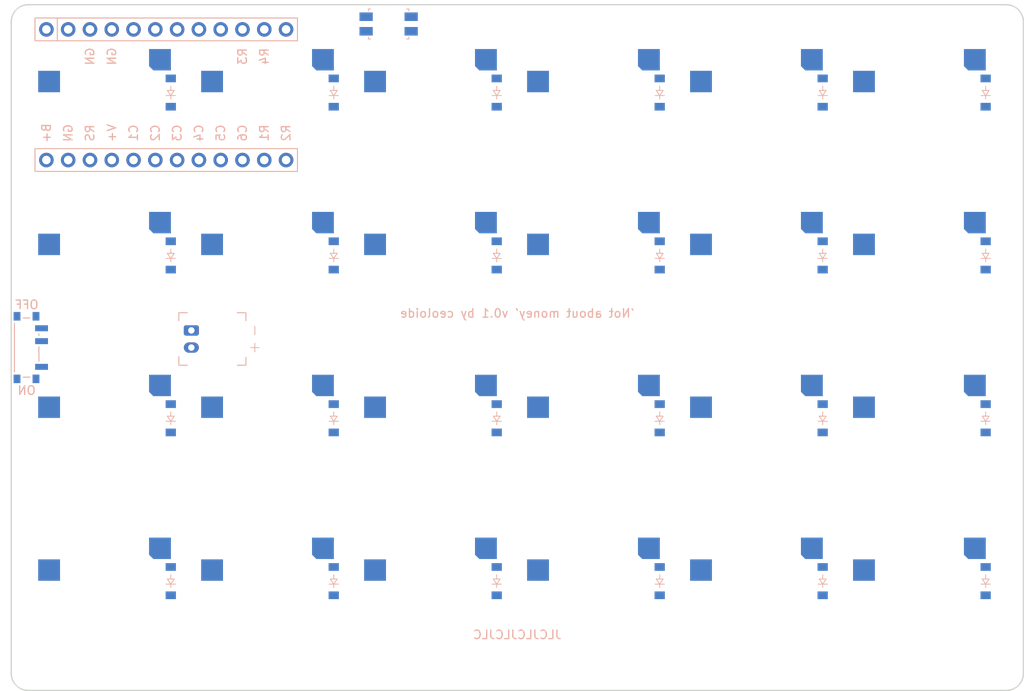
<source format=kicad_pcb>
(kicad_pcb (version 20240108) (generator "pcbnew") (generator_version "8.0")
  (title_block (title "not_about_money") (date "2024-11-11") (rev "v1.0.0") (company "Unknown"))
  (layers (0 "F.Cu" signal) (31 "B.Cu" signal) (34 "B.Paste" user) (35 "F.Paste" user) (36 "B.SilkS" user "B.Silkscreen") (37 "F.SilkS" user "F.Silkscreen") (38 "B.Mask" user) (39 "F.Mask" user) (44 "Edge.Cuts" user))
  (net 0 "")
  (net 1 "C1")
  (net 2 "c1_r4")
  (net 3 "c1_r3")
  (net 4 "c1_r2")
  (net 5 "c1_r1")
  (net 6 "C2")
  (net 7 "c2_r4")
  (net 8 "c2_r3")
  (net 9 "c2_r2")
  (net 10 "c2_r1")
  (net 11 "C3")
  (net 12 "c3_r4")
  (net 13 "c3_r3")
  (net 14 "c3_r2")
  (net 15 "c3_r1")
  (net 16 "C4")
  (net 17 "c4_r4")
  (net 18 "c4_r3")
  (net 19 "c4_r2")
  (net 20 "c4_r1")
  (net 21 "C5")
  (net 22 "c5_r4")
  (net 23 "c5_r3")
  (net 24 "c5_r2")
  (net 25 "c5_r1")
  (net 26 "C6")
  (net 27 "c6_r4")
  (net 28 "c6_r3")
  (net 29 "c6_r2")
  (net 30 "c6_r1")
  (net 31 "R4")
  (net 32 "R3")
  (net 33 "R2")
  (net 34 "R1")
  (net 35 "RAW")
  (net 36 "GND")
  (net 37 "RST")
  (net 38 "VCC")
  (net 39 "P1")
  (net 40 "P0")
  (net 41 "P2")
  (net 42 "P3")
  (net 43 "P4")
  (net 44 "P5")
  (net 45 "P6")
  (net 46 "P9")
  (net 47 "BAT_P")
  (footprint "ceoloide:mounting_hole_npth" (layer "F.Cu") (at 147.5 71.5)
    (property "Reference" "MH5" (hide yes))
    (property "Value" "")
    (pad "" np_thru_hole circle (at 0 0) (size 2.2 2.2) (drill 2.2) (layers "*.Cu" "*.Mask"))
  )
  (footprint "ceoloide:mounting_hole_npth" (layer "F.Cu") (at 185.5 90.5)
    (property "Reference" "MH3" (hide yes))
    (property "Value" "")
    (pad "" np_thru_hole circle (at 0 0) (size 2.2 2.2) (drill 2.2) (layers "*.Cu" "*.Mask"))
  )
  (footprint "ceoloide:mounting_hole_npth" (layer "F.Cu") (at 185.5 52.5)
    (property "Reference" "MH2" (hide yes))
    (property "Value" "")
    (pad "" np_thru_hole circle (at 0 0) (size 2.2 2.2) (drill 2.2) (layers "*.Cu" "*.Mask"))
  )
  (footprint "ceoloide:mounting_hole_npth" (layer "F.Cu") (at 128.5 52.5)
    (property "Reference" "MH1" (hide yes))
    (property "Value" "")
    (pad "" np_thru_hole circle (at 0 0) (size 2.2 2.2) (drill 2.2) (layers "*.Cu" "*.Mask"))
  )
  (footprint "ceoloide:mounting_hole_npth" (layer "F.Cu") (at 109.5 90.5)
    (property "Reference" "MH4" (hide yes))
    (property "Value" "")
    (pad "" np_thru_hole circle (at 0 0) (size 2.2 2.2) (drill 2.2) (layers "*.Cu" "*.Mask"))
  )
  (footprint "ceoloide:switch_mx" (layer "B.Cu") (at 100 43)
    (property "Reference" "S4" (hide yes))
    (property "Value" "")
    (pad "" np_thru_hole circle (at -5.08 0 180) (size 1.9 1.9) (drill 1.9) (layers "*.Cu" "*.Mask"))
    (pad "" np_thru_hole circle (at -3.81 -2.54 180) (size 3 3) (drill 3) (layers "F&B.Cu" "*.Mask"))
    (pad "" np_thru_hole circle (at 0 0 90) (size 4.1 4.1) (drill 4.1) (layers "*.Cu" "*.Mask"))
    (pad "" np_thru_hole circle (at 2.54 -5.08 180) (size 3 3) (drill 3) (layers "F&B.Cu" "*.Mask"))
    (pad "" np_thru_hole circle (at 5.08 0 180) (size 1.9 1.9) (drill 1.9) (layers "*.Cu" "*.Mask"))
    (pad "1" smd rect (at -7.085 -2.54) (size 2.55 2.5) (layers "B.Cu" "B.Paste" "B.Mask") (net 1 "C1"))
    (pad "2" smd roundrect (at 5.842 -5.08) (size 2.55 2.5) (layers "B.Cu" "B.Paste" "B.Mask") (roundrect_rratio 0) (chamfer_ratio 0.2) (chamfer bottom_left) (net 5 "c1_r1"))
  )
  (footprint "ceoloide:diode_tht_sod123" (layer "B.Cu") (at 164.1 98.75 90)
    (property "Reference" "D13" (hide yes))
    (property "Value" "")
    (pad "1" smd rect (at -1.65 0 90) (size 0.9 1.2) (layers "B.Cu" "B.Paste" "B.Mask") (net 31 "R4"))
    (pad "2" smd rect (at 1.65 0 90) (size 0.9 1.2) (layers "B.Cu" "B.Paste" "B.Mask") (net 17 "c4_r4"))
  )
  (footprint "ceoloide:switch_mx" (layer "B.Cu") (at 157 81)
    (property "Reference" "S14" (hide yes))
    (property "Value" "")
    (pad "" np_thru_hole circle (at -5.08 0 180) (size 1.9 1.9) (drill 1.9) (layers "*.Cu" "*.Mask"))
    (pad "" np_thru_hole circle (at -3.81 -2.54 180) (size 3 3) (drill 3) (layers "F&B.Cu" "*.Mask"))
    (pad "" np_thru_hole circle (at 0 0 90) (size 4.1 4.1) (drill 4.1) (layers "*.Cu" "*.Mask"))
    (pad "" np_thru_hole circle (at 2.54 -5.08 180) (size 3 3) (drill 3) (layers "F&B.Cu" "*.Mask"))
    (pad "" np_thru_hole circle (at 5.08 0 180) (size 1.9 1.9) (drill 1.9) (layers "*.Cu" "*.Mask"))
    (pad "1" smd rect (at -7.085 -2.54) (size 2.55 2.5) (layers "B.Cu" "B.Paste" "B.Mask") (net 16 "C4"))
    (pad "2" smd roundrect (at 5.842 -5.08) (size 2.55 2.5) (layers "B.Cu" "B.Paste" "B.Mask") (roundrect_rratio 0) (chamfer_ratio 0.2) (chamfer bottom_left) (net 18 "c4_r3"))
  )
  (footprint "ceoloide:switch_mx" (layer "B.Cu") (at 195 81)
    (property "Reference" "S22" (hide yes))
    (property "Value" "")
    (pad "" np_thru_hole circle (at -5.08 0 180) (size 1.9 1.9) (drill 1.9) (layers "*.Cu" "*.Mask"))
    (pad "" np_thru_hole circle (at -3.81 -2.54 180) (size 3 3) (drill 3) (layers "F&B.Cu" "*.Mask"))
    (pad "" np_thru_hole circle (at 0 0 90) (size 4.1 4.1) (drill 4.1) (layers "*.Cu" "*.Mask"))
    (pad "" np_thru_hole circle (at 2.54 -5.08 180) (size 3 3) (drill 3) (layers "F&B.Cu" "*.Mask"))
    (pad "" np_thru_hole circle (at 5.08 0 180) (size 1.9 1.9) (drill 1.9) (layers "*.Cu" "*.Mask"))
    (pad "1" smd rect (at -7.085 -2.54) (size 2.55 2.5) (layers "B.Cu" "B.Paste" "B.Mask") (net 26 "C6"))
    (pad "2" smd roundrect (at 5.842 -5.08) (size 2.55 2.5) (layers "B.Cu" "B.Paste" "B.Mask") (roundrect_rratio 0) (chamfer_ratio 0.2) (chamfer bottom_left) (net 28 "c6_r3"))
  )
  (footprint "ceoloide:switch_mx" (layer "B.Cu") (at 176 81)
    (property "Reference" "S18" (hide yes))
    (property "Value" "")
    (pad "" np_thru_hole circle (at -5.08 0 180) (size 1.9 1.9) (drill 1.9) (layers "*.Cu" "*.Mask"))
    (pad "" np_thru_hole circle (at -3.81 -2.54 180) (size 3 3) (drill 3) (layers "F&B.Cu" "*.Mask"))
    (pad "" np_thru_hole circle (at 0 0 90) (size 4.1 4.1) (drill 4.1) (layers "*.Cu" "*.Mask"))
    (pad "" np_thru_hole circle (at 2.54 -5.08 180) (size 3 3) (drill 3) (layers "F&B.Cu" "*.Mask"))
    (pad "" np_thru_hole circle (at 5.08 0 180) (size 1.9 1.9) (drill 1.9) (layers "*.Cu" "*.Mask"))
    (pad "1" smd rect (at -7.085 -2.54) (size 2.55 2.5) (layers "B.Cu" "B.Paste" "B.Mask") (net 21 "C5"))
    (pad "2" smd roundrect (at 5.842 -5.08) (size 2.55 2.5) (layers "B.Cu" "B.Paste" "B.Mask") (roundrect_rratio 0) (chamfer_ratio 0.2) (chamfer bottom_left) (net 23 "c5_r3"))
  )
  (footprint "ceoloide:diode_tht_sod123" (layer "B.Cu") (at 183.1 41.75 90)
    (property "Reference" "D20" (hide yes))
    (property "Value" "")
    (pad "1" smd rect (at -1.65 0 90) (size 0.9 1.2) (layers "B.Cu" "B.Paste" "B.Mask") (net 34 "R1"))
    (pad "2" smd rect (at 1.65 0 90) (size 0.9 1.2) (layers "B.Cu" "B.Paste" "B.Mask") (net 25 "c5_r1"))
  )
  (footprint "ceoloide:diode_tht_sod123" (layer "B.Cu") (at 126.1 41.75 90)
    (property "Reference" "D8" (hide yes))
    (property "Value" "")
    (pad "1" smd rect (at -1.65 0 90) (size 0.9 1.2) (layers "B.Cu" "B.Paste" "B.Mask") (net 34 "R1"))
    (pad "2" smd rect (at 1.65 0 90) (size 0.9 1.2) (layers "B.Cu" "B.Paste" "B.Mask") (net 10 "c2_r1"))
  )
  (footprint "ceoloide:diode_tht_sod123" (layer "B.Cu") (at 145.1 79.75 90)
    (property "Reference" "D10" (hide yes))
    (property "Value" "")
    (pad "1" smd rect (at -1.65 0 90) (size 0.9 1.2) (layers "B.Cu" "B.Paste" "B.Mask") (net 32 "R3"))
    (pad "2" smd rect (at 1.65 0 90) (size 0.9 1.2) (layers "B.Cu" "B.Paste" "B.Mask") (net 13 "c3_r3"))
  )
  (footprint "ceoloide:diode_tht_sod123" (layer "B.Cu") (at 164.1 79.75 90)
    (property "Reference" "D14" (hide yes))
    (property "Value" "")
    (pad "1" smd rect (at -1.65 0 90) (size 0.9 1.2) (layers "B.Cu" "B.Paste" "B.Mask") (net 32 "R3"))
    (pad "2" smd rect (at 1.65 0 90) (size 0.9 1.2) (layers "B.Cu" "B.Paste" "B.Mask") (net 18 "c4_r3"))
  )
  (footprint "ceoloide:switch_mx" (layer "B.Cu") (at 138 81)
    (property "Reference" "S10" (hide yes))
    (property "Value" "")
    (pad "" np_thru_hole circle (at -5.08 0 180) (size 1.9 1.9) (drill 1.9) (layers "*.Cu" "*.Mask"))
    (pad "" np_thru_hole circle (at -3.81 -2.54 180) (size 3 3) (drill 3) (layers "F&B.Cu" "*.Mask"))
    (pad "" np_thru_hole circle (at 0 0 90) (size 4.1 4.1) (drill 4.1) (layers "*.Cu" "*.Mask"))
    (pad "" np_thru_hole circle (at 2.54 -5.08 180) (size 3 3) (drill 3) (layers "F&B.Cu" "*.Mask"))
    (pad "" np_thru_hole circle (at 5.08 0 180) (size 1.9 1.9) (drill 1.9) (layers "*.Cu" "*.Mask"))
    (pad "1" smd rect (at -7.085 -2.54) (size 2.55 2.5) (layers "B.Cu" "B.Paste" "B.Mask") (net 11 "C3"))
    (pad "2" smd roundrect (at 5.842 -5.08) (size 2.55 2.5) (layers "B.Cu" "B.Paste" "B.Mask") (roundrect_rratio 0) (chamfer_ratio 0.2) (chamfer bottom_left) (net 13 "c3_r3"))
  )
  (footprint "ceoloide:switch_mx" (layer "B.Cu") (at 157 43)
    (property "Reference" "S16" (hide yes))
    (property "Value" "")
    (pad "" np_thru_hole circle (at -5.08 0 180) (size 1.9 1.9) (drill 1.9) (layers "*.Cu" "*.Mask"))
    (pad "" np_thru_hole circle (at -3.81 -2.54 180) (size 3 3) (drill 3) (layers "F&B.Cu" "*.Mask"))
    (pad "" np_thru_hole circle (at 0 0 90) (size 4.1 4.1) (drill 4.1) (layers "*.Cu" "*.Mask"))
    (pad "" np_thru_hole circle (at 2.54 -5.08 180) (size 3 3) (drill 3) (layers "F&B.Cu" "*.Mask"))
    (pad "" np_thru_hole circle (at 5.08 0 180) (size 1.9 1.9) (drill 1.9) (layers "*.Cu" "*.Mask"))
    (pad "1" smd rect (at -7.085 -2.54) (size 2.55 2.5) (layers "B.Cu" "B.Paste" "B.Mask") (net 16 "C4"))
    (pad "2" smd roundrect (at 5.842 -5.08) (size 2.55 2.5) (layers "B.Cu" "B.Paste" "B.Mask") (roundrect_rratio 0) (chamfer_ratio 0.2) (chamfer bottom_left) (net 20 "c4_r1"))
  )
  (footprint "ceoloide:battery_connector_jst_ph_2" (layer "B.Cu") (at 109.5 70.5 90)
    (property "Reference" "JST1" (hide yes))
    (property "Value" "")
    (pad "1" thru_hole roundrect (at 1 0 90) (size 1.2 1.75) (drill 0.75) (layers "*.Cu" "*.Mask") (roundrect_rratio 0.2) (net 36 "GND"))
    (pad "2" thru_hole oval (at -1 0 90) (size 1.2 1.75) (drill 0.75) (layers "*.Cu" "*.Mask") (net 47 "BAT_P"))
  )
  (footprint "ceoloide:diode_tht_sod123" (layer "B.Cu") (at 107.1 79.75 90)
    (property "Reference" "D2" (hide yes))
    (property "Value" "")
    (pad "1" smd rect (at -1.65 0 90) (size 0.9 1.2) (layers "B.Cu" "B.Paste" "B.Mask") (net 32 "R3"))
    (pad "2" smd rect (at 1.65 0 90) (size 0.9 1.2) (layers "B.Cu" "B.Paste" "B.Mask") (net 3 "c1_r3"))
  )
  (footprint "ceoloide:diode_tht_sod123" (layer "B.Cu") (at 202.1 79.75 90)
    (property "Reference" "D22" (hide yes))
    (property "Value" "")
    (pad "1" smd rect (at -1.65 0 90) (size 0.9 1.2) (layers "B.Cu" "B.Paste" "B.Mask") (net 32 "R3"))
    (pad "2" smd rect (at 1.65 0 90) (size 0.9 1.2) (layers "B.Cu" "B.Paste" "B.Mask") (net 28 "c6_r3"))
  )
  (footprint "ceoloide:mcu_nice_nano" (layer "B.Cu") (at 105.3 42 90)
    (property "Reference" "MCU1" (hide yes))
    (property "Value" "")
    (fp_text user " " (at 4.47 0 90) (layer "B.SilkS") (effects (justify mirror)))
    (fp_text user "C1" (at -4.47 -2.54 90) (layer "B.SilkS") (effects (justify mirror)))
    (fp_text user " " (at 4.47 2.54 90) (layer "B.SilkS") (effects (justify mirror)))
    (fp_text user "V+" (at -4.47 -5.08 90) (layer "B.SilkS") (effects (justify mirror)))
    (fp_text user "C3" (at -4.47 2.54 90) (layer "B.SilkS") (effects (justify mirror)))
    (fp_text user "GN" (at -4.47 -10.16 90) (layer "B.SilkS") (effects (justify mirror)))
    (fp_text user " " (at 4.47 5.08 90) (layer "B.SilkS") (effects (justify mirror)))
    (fp_text user "R3" (at 4.47 10.16 90) (layer "B.SilkS") (effects (justify mirror)))
    (fp_text user "C6" (at -4.47 10.16 90) (layer "B.SilkS") (effects (justify mirror)))
    (fp_text user "GN" (at 4.47 -5.08 90) (layer "B.SilkS") (effects (justify mirror)))
    (fp_text user " " (at 4.47 -12.7 90) (layer "B.SilkS") (effects (justify mirror)))
    (fp_text user "C5" (at -4.47 7.62 90) (layer "B.SilkS") (effects (justify mirror)))
    (fp_text user "C4" (at -4.47 5.08 90) (layer "B.SilkS") (effects (justify mirror)))
    (fp_text user "B+" (at -4.47 -12.7 90) (layer "B.SilkS") (effects (justify mirror)))
    (fp_text user " " (at 4.47 -10.16 90) (layer "B.SilkS") (effects (justify mirror)))
    (fp_text user " " (at 4.47 15.24 90) (layer "B.SilkS") (effects (justify mirror)))
    (fp_text user "R2" (at -4.47 15.24 90) (layer "B.SilkS") (effects (justify mirror)))
    (fp_text user "C2" (at -4.47 0 90) (layer "B.SilkS") (effects (justify mirror)))
    (fp_text user "R4" (at 4.47 12.7 90) (layer "B.SilkS") (effects (justify mirror)))
    (fp_text user "R1" (at -4.47 12.7 90) (layer "B.SilkS") (effects (justify mirror)))
    (fp_text user "RS" (at -4.47 -7.62 90) (layer "B.SilkS") (effects (justify mirror)))
    (fp_text user "GN" (at 4.47 -7.62 90) (layer "B.SilkS") (effects (justify mirror)))
    (fp_text user " " (at 4.47 7.62 90) (layer "B.SilkS") (effects (justify mirror)))
    (fp_text user " " (at 4.47 -2.54 90) (layer "B.SilkS") (effects (justify mirror)))
    (pad "1" thru_hole circle (at 7.62 -12.7 90) (size 1.7 1.7) (drill 1) (layers "*.Cu" "*.Mask") (net 39 "P1"))
    (pad "2" thru_hole circle (at 7.62 -10.16 90) (size 1.7 1.7) (drill 1) (layers "*.Cu" "*.Mask") (net 40 "P0"))
    (pad "3" thru_hole circle (at 7.62 -7.62 90) (size 1.7 1.7) (drill 1) (layers "*.Cu" "*.Mask") (net 36 "GND"))
    (pad "4" thru_hole circle (at 7.62 -5.08 90) (size 1.7 1.7) (drill 1) (layers "*.Cu" "*.Mask") (net 36 "GND"))
    (pad "5" thru_hole circle (at 7.62 -2.54 90) (size 1.7 1.7) (drill 1) (layers "*.Cu" "*.Mask") (net 41 "P2"))
    (pad "6" thru_hole circle (at 7.62 0 90) (size 1.7 1.7) (drill 1) (layers "*.Cu" "*.Mask") (net 42 "P3"))
    (pad "7" thru_hole circle (at 7.62 2.54 90) (size 1.7 1.7) (drill 1) (layers "*.Cu" "*.Mask") (net 43 "P4"))
    (pad "8" thru_hole circle (at 7.62 5.08 90) (size 1.7 1.7) (drill 1) (layers "*.Cu" "*.Mask") (net 44 "P5"))
    (pad "9" thru_hole circle (at 7.62 7.62 90) (size 1.7 1.7) (drill 1) (layers "*.Cu" "*.Mask") (net 45 "P6"))
    (pad "10" thru_hole circle (at 7.62 10.16 90) (size 1.7 1.7) (drill 1) (layers "*.Cu" "*.Mask") (net 32 "R3"))
    (pad "11" thru_hole circle (at 7.62 12.7 90) (size 1.7 1.7) (drill 1) (layers "*.Cu" "*.Mask") (net 31 "R4"))
    (pad "12" thru_hole circle (at 7.62 15.24 90) (size 1.7 1.7) (drill 1) (layers "*.Cu" "*.Mask") (net 46 "P9"))
    (pad "13" thru_hole circle (at -7.62 15.24 90) (size 1.7 1.7) (drill 1) (layers "*.Cu" "*.Mask") (net 33 "R2"))
    (pad "14" thru_hole circle (at -7.62 12.7 90) (size 1.7 1.7) (drill 1) (layers "*.Cu" "*.Mask") (net 34 "R1"))
    (pad "15" thru_hole circle (at -7.62 10.16 90) (size 1.7 1.7) (drill 1) (layers "*.Cu" "*.Mask") (net 26 "C6"))
    (pad "16" thru_hole circle (at -7.62 7.62 90) (size 1.7 1.7) (drill 1) (layers "*.Cu" "*.Mask") (net 21 "C5"))
    (pad "17" thru_hole circle (at -7.62 5.08 90) (size 1.7 1.7) (drill 1) (layers "*.Cu" "*.Mask") (net 16 "C4"))
    (pad "18" thru_hole circle (at -7.62 2.54 90) (size 1.7 1.7) (drill 1) (layers "*.Cu" "*.Mask") (net 11 "C3"))
    (pad "19" thru_hole circle (at -7.62 0 90) (size 1.7 1.7) (drill 1) (layers "*.Cu" "*.Mask") (net 6 "C2"))
    (pad "20" thru_hole circle (at -7.62 -2.54 90) (size 1.7 1.7) (drill 1) (layers "*.Cu" "*.Mask") (net 1 "C1"))
    (pad "21" thru_hole circle (at -7.62 -5.08 90) (size 1.7 1.7) (drill 1) (layers "*.Cu" "*.Mask") (net 38 "VCC"))
    (pad "22" thru_hole circle (at -7.62 -7.62 90) (size 1.7 1.7) (drill 1) (layers "*.Cu" "*.Mask") (net 37 "RST"))
    (pad "23" thru_hole circle (at -7.62 -10.16 90) (size 1.7 1.7) (drill 1) (layers "*.Cu" "*.Mask") (net 36 "GND"))
    (pad "24" thru_hole circle (at -7.62 -12.7 90) (size 1.7 1.7) (drill 1) (layers "*.Cu" "*.Mask") (net 35 "RAW"))
  )
  (footprint "ceoloide:switch_mx" (layer "B.Cu") (at 100 62)
    (property "Reference" "S3" (hide yes))
    (property "Value" "")
    (pad "" np_thru_hole circle (at -5.08 0 180) (size 1.9 1.9) (drill 1.9) (layers "*.Cu" "*.Mask"))
    (pad "" np_thru_hole circle (at -3.81 -2.54 180) (size 3 3) (drill 3) (layers "F&B.Cu" "*.Mask"))
    (pad "" np_thru_hole circle (at 0 0 90) (size 4.1 4.1) (drill 4.1) (layers "*.Cu" "*.Mask"))
    (pad "" np_thru_hole circle (at 2.54 -5.08 180) (size 3 3) (drill 3) (layers "F&B.Cu" "*.Mask"))
    (pad "" np_thru_hole circle (at 5.08 0 180) (size 1.9 1.9) (drill 1.9) (layers "*.Cu" "*.Mask"))
    (pad "1" smd rect (at -7.085 -2.54) (size 2.55 2.5) (layers "B.Cu" "B.Paste" "B.Mask") (net 1 "C1"))
    (pad "2" smd roundrect (at 5.842 -5.08) (size 2.55 2.5) (layers "B.Cu" "B.Paste" "B.Mask") (roundrect_rratio 0) (chamfer_ratio 0.2) (chamfer bottom_left) (net 4 "c1_r2"))
  )
  (footprint "ceoloide:switch_mx" (layer "B.Cu") (at 138 43)
    (property "Reference" "S12" (hide yes))
    (property "Value" "")
    (pad "" np_thru_hole circle (at -5.08 0 180) (size 1.9 1.9) (drill 1.9) (layers "*.Cu" "*.Mask"))
    (pad "" np_thru_hole circle (at -3.81 -2.54 180) (size 3 3) (drill 3) (layers "F&B.Cu" "*.Mask"))
    (pad "" np_thru_hole circle (at 0 0 90) (size 4.1 4.1) (drill 4.1) (layers "*.Cu" "*.Mask"))
    (pad "" np_thru_hole circle (at 2.54 -5.08 180) (size 3 3) (drill 3) (layers "F&B.Cu" "*.Mask"))
    (pad "" np_thru_hole circle (at 5.08 0 180) (size 1.9 1.9) (drill 1.9) (layers "*.Cu" "*.Mask"))
    (pad "1" smd rect (at -7.085 -2.54) (size 2.55 2.5) (layers "B.Cu" "B.Paste" "B.Mask") (net 11 "C3"))
    (pad "2" smd roundrect (at 5.842 -5.08) (size 2.55 2.5) (layers "B.Cu" "B.Paste" "B.Mask") (roundrect_rratio 0) (chamfer_ratio 0.2) (chamfer bottom_left) (net 15 "c3_r1"))
  )
  (footprint "ceoloide:switch_mx" (layer "B.Cu") (at 195 43)
    (property "Reference" "S24" (hide yes))
    (property "Value" "")
    (pad "" np_thru_hole circle (at -5.08 0 180) (size 1.9 1.9) (drill 1.9) (layers "*.Cu" "*.Mask"))
    (pad "" np_thru_hole circle (at -3.81 -2.54 180) (size 3 3) (drill 3) (layers "F&B.Cu" "*.Mask"))
    (pad "" np_thru_hole circle (at 0 0 90) (size 4.1 4.1) (drill 4.1) (layers "*.Cu" "*.Mask"))
    (pad "" np_thru_hole circle (at 2.54 -5.08 180) (size 3 3) (drill 3) (layers "F&B.Cu" "*.Mask"))
    (pad "" np_thru_hole circle (at 5.08 0 180) (size 1.9 1.9) (drill 1.9) (layers "*.Cu" "*.Mask"))
    (pad "1" smd rect (at -7.085 -2.54) (size 2.55 2.5) (layers "B.Cu" "B.Paste" "B.Mask") (net 26 "C6"))
    (pad "2" smd roundrect (at 5.842 -5.08) (size 2.55 2.5) (layers "B.Cu" "B.Paste" "B.Mask") (roundrect_rratio 0) (chamfer_ratio 0.2) (chamfer bottom_left) (net 30 "c6_r1"))
  )
  (footprint "ceoloide:diode_tht_sod123" (layer "B.Cu") (at 145.1 41.75 90)
    (property "Reference" "D12" (hide yes))
    (property "Value" "")
    (pad "1" smd rect (at -1.65 0 90) (size 0.9 1.2) (layers "B.Cu" "B.Paste" "B.Mask") (net 34 "R1"))
    (pad "2" smd rect (at 1.65 0 90) (size 0.9 1.2) (layers "B.Cu" "B.Paste" "B.Mask") (net 15 "c3_r1"))
  )
  (footprint "ceoloide:diode_tht_sod123" (layer "B.Cu") (at 202.1 41.75 90)
    (property "Reference" "D24" (hide yes))
    (property "Value" "")
    (pad "1" smd rect (at -1.65 0 90) (size 0.9 1.2) (layers "B.Cu" "B.Paste" "B.Mask") (net 34 "R1"))
    (pad "2" smd rect (at 1.65 0 90) (size 0.9 1.2) (layers "B.Cu" "B.Paste" "B.Mask") (net 30 "c6_r1"))
  )
  (footprint "ceoloide:switch_mx" (layer "B.Cu") (at 157 100)
    (property "Reference" "S13" (hide yes))
    (property "Value" "")
    (pad "" np_thru_hole circle (at -5.08 0 180) (size 1.9 1.9) (drill 1.9) (layers "*.Cu" "*.Mask"))
    (pad "" np_thru_hole circle (at -3.81 -2.54 180) (size 3 3) (drill 3) (layers "F&B.Cu" "*.Mask"))
    (pad "" np_thru_hole circle (at 0 0 90) (size 4.1 4.1) (drill 4.1) (layers "*.Cu" "*.Mask"))
    (pad "" np_thru_hole circle (at 2.54 -5.08 180) (size 3 3) (drill 3) (layers "F&B.Cu" "*.Mask"))
    (pad "" np_thru_hole circle (at 5.08 0 180) (size 1.9 1.9) (drill 1.9) (layers "*.Cu" "*.Mask"))
    (pad "1" smd rect (at -7.085 -2.54) (size 2.55 2.5) (layers "B.Cu" "B.Paste" "B.Mask") (net 16 "C4"))
    (pad "2" smd roundrect (at 5.842 -5.08) (size 2.55 2.5) (layers "B.Cu" "B.Paste" "B.Mask") (roundrect_rratio 0) (chamfer_ratio 0.2) (chamfer bottom_left) (net 17 "c4_r4"))
  )
  (footprint "ceoloide:diode_tht_sod123" (layer "B.Cu") (at 126.1 79.75 90)
    (property "Reference" "D6" (hide yes))
    (property "Value" "")
    (pad "1" smd rect (at -1.65 0 90) (size 0.9 1.2) (layers "B.Cu" "B.Paste" "B.Mask") (net 32 "R3"))
    (pad "2" smd rect (at 1.65 0 90) (size 0.9 1.2) (layers "B.Cu" "B.Paste" "B.Mask") (net 8 "c2_r3"))
  )
  (footprint "ceoloide:switch_mx" (layer "B.Cu") (at 176 100)
    (property "Reference" "S17" (hide yes))
    (property "Value" "")
    (pad "" np_thru_hole circle (at -5.08 0 180) (size 1.9 1.9) (drill 1.9) (layers "*.Cu" "*.Mask"))
    (pad "" np_thru_hole circle (at -3.81 -2.54 180) (size 3 3) (drill 3) (layers "F&B.Cu" "*.Mask"))
    (pad "" np_thru_hole circle (at 0 0 90) (size 4.1 4.1) (drill 4.1) (layers "*.Cu" "*.Mask"))
    (pad "" np_thru_hole circle (at 2.54 -5.08 180) (size 3 3) (drill 3) (layers "F&B.Cu" "*.Mask"))
    (pad "" np_thru_hole circle (at 5.08 0 180) (size 1.9 1.9) (drill 1.9) (layers "*.Cu" "*.Mask"))
    (pad "1" smd rect (at -7.085 -2.54) (size 2.55 2.5) (layers "B.Cu" "B.Paste" "B.Mask") (net 21 "C5"))
    (pad "2" smd roundrect (at 5.842 -5.08) (size 2.55 2.5) (layers "B.Cu" "B.Paste" "B.Mask") (roundrect_rratio 0) (chamfer_ratio 0.2) (chamfer bottom_left) (net 22 "c5_r4"))
  )
  (footprint "ceoloide:diode_tht_sod123" (layer "B.Cu") (at 202.1 98.75 90)
    (property "Reference" "D21" (hide yes))
    (property "Value" "")
    (pad "1" smd rect (at -1.65 0 90) (size 0.9 1.2) (layers "B.Cu" "B.Paste" "B.Mask") (net 31 "R4"))
    (pad "2" smd rect (at 1.65 0 90) (size 0.9 1.2) (layers "B.Cu" "B.Paste" "B.Mask") (net 27 "c6_r4"))
  )
  (footprint "ceoloide:switch_mx" (layer "B.Cu") (at 119 43)
    (property "Reference" "S8" (hide yes))
    (property "Value" "")
    (pad "" np_thru_hole circle (at -5.08 0 180) (size 1.9 1.9) (drill 1.9) (layers "*.Cu" "*.Mask"))
    (pad "" np_thru_hole circle (at -3.81 -2.54 180) (size 3 3) (drill 3) (layers "F&B.Cu" "*.Mask"))
    (pad "" np_thru_hole circle (at 0 0 90) (size 4.1 4.1) (drill 4.1) (layers "*.Cu" "*.Mask"))
    (pad "" np_thru_hole circle (at 2.54 -5.08 180) (size 3 3) (drill 3) (layers "F&B.Cu" "*.Mask"))
    (pad "" np_thru_hole circle (at 5.08 0 180) (size 1.9 1.9) (drill 1.9) (layers "*.Cu" "*.Mask"))
    (pad "1" smd rect (at -7.085 -2.54) (size 2.55 2.5) (layers "B.Cu" "B.Paste" "B.Mask") (net 6 "C2"))
    (pad "2" smd roundrect (at 5.842 -5.08) (size 2.55 2.5) (layers "B.Cu" "B.Paste" "B.Mask") (roundrect_rratio 0) (chamfer_ratio 0.2) (chamfer bottom_left) (net 10 "c2_r1"))
  )
  (footprint "ceoloide:power_switch_smd_side" (layer "B.Cu") (at 90.3 71.5 180)
    (property "Reference" "PWR1" (hide yes))
    (property "Value" "")
    (fp_text user "OFF" (at 0 5 180) (layer "B.SilkS") (effects (justify mirror)))
    (fp_text user "ON" (at 0 -5 180) (layer "B.SilkS") (effects (justify mirror)))
    (pad "" smd rect (at -1.085 -3.65 90) (size 1 0.8) (layers "B.Cu" "B.Paste" "B.Mask"))
    (pad "" smd rect (at -1.085 3.65 90) (size 1 0.8) (layers "B.Cu" "B.Paste" "B.Mask"))
    (pad "" np_thru_hole circle (at 0.025 -1.5 270) (size 0.9 0.9) (drill 0.9) (layers "*.Cu" "*.Mask"))
    (pad "" np_thru_hole circle (at 0.025 1.5 270) (size 0.9 0.9) (drill 0.9) (layers "*.Cu" "*.Mask"))
    (pad "" smd rect (at 1.125 -3.65 90) (size 1 0.8) (layers "B.Cu" "B.Paste" "B.Mask"))
    (pad "" smd rect (at 1.125 3.65 90) (size 1 0.8) (layers "B.Cu" "B.Paste" "B.Mask"))
    (pad "1" smd rect (at -1.735 -2.25 90) (size 0.7 1.5) (layers "B.Cu" "B.Paste" "B.Mask") (net 47 "BAT_P"))
    (pad "2" smd rect (at -1.735 0.75 90) (size 0.7 1.5) (layers "B.Cu" "B.Paste" "B.Mask") (net 35 "RAW"))
    (pad "3" smd rect (at -1.735 2.25 90) (size 0.7 1.5) (layers "B.Cu" "B.Paste" "B.Mask"))
  )
  (footprint "ceoloide:diode_tht_sod123" (layer "B.Cu") (at 126.1 98.75 90)
    (property "Reference" "D5" (hide yes))
    (property "Value" "")
    (pad "1" smd rect (at -1.65 0 90) (size 0.9 1.2) (layers "B.Cu" "B.Paste" "B.Mask") (net 31 "R4"))
    (pad "2" smd rect (at 1.65 0 90) (size 0.9 1.2) (layers "B.Cu" "B.Paste" "B.Mask") (net 7 "c2_r4"))
  )
  (footprint "ceoloide:diode_tht_sod123" (layer "B.Cu") (at 145.1 60.75 90)
    (property "Reference" "D11" (hide yes))
    (property "Value" "")
    (pad "1" smd rect (at -1.65 0 90) (size 0.9 1.2) (layers "B.Cu" "B.Paste" "B.Mask") (net 33 "R2"))
    (pad "2" smd rect (at 1.65 0 90) (size 0.9 1.2) (layers "B.Cu" "B.Paste" "B.Mask") (net 14 "c3_r2"))
  )
  (footprint "ceoloide:switch_mx" (layer "B.Cu") (at 195 100)
    (property "Reference" "S21" (hide yes))
    (property "Value" "")
    (pad "" np_thru_hole circle (at -5.08 0 180) (size 1.9 1.9) (drill 1.9) (layers "*.Cu" "*.Mask"))
    (pad "" np_thru_hole circle (at -3.81 -2.54 180) (size 3 3) (drill 3) (layers "F&B.Cu" "*.Mask"))
    (pad "" np_thru_hole circle (at 0 0 90) (size 4.1 4.1) (drill 4.1) (layers "*.Cu" "*.Mask"))
    (pad "" np_thru_hole circle (at 2.54 -5.08 180) (size 3 3) (drill 3) (layers "F&B.Cu" "*.Mask"))
    (pad "" np_thru_hole circle (at 5.08 0 180) (size 1.9 1.9) (drill 1.9) (layers "*.Cu" "*.Mask"))
    (pad "1" smd rect (at -7.085 -2.54) (size 2.55 2.5) (layers "B.Cu" "B.Paste" "B.Mask") (net 26 "C6"))
    (pad "2" smd roundrect (at 5.842 -5.08) (size 2.55 2.5) (layers "B.Cu" "B.Paste" "B.Mask") (roundrect_rratio 0) (chamfer_ratio 0.2) (chamfer bottom_left) (net 27 "c6_r4"))
  )
  (footprint "ceoloide:switch_mx" (layer "B.Cu") (at 195 62)
    (property "Reference" "S23" (hide yes))
    (property "Value" "")
    (pad "" np_thru_hole circle (at -5.08 0 180) (size 1.9 1.9) (drill 1.9) (layers "*.Cu" "*.Mask"))
    (pad "" np_thru_hole circle (at -3.81 -2.54 180) (size 3 3) (drill 3) (layers "F&B.Cu" "*.Mask"))
    (pad "" np_thru_hole circle (at 0 0 90) (size 4.1 4.1) (drill 4.1) (layers "*.Cu" "*.Mask"))
    (pad "" np_thru_hole circle (at 2.54 -5.08 180) (size 3 3) (drill 3) (layers "F&B.Cu" "*.Mask"))
    (pad "" np_thru_hole circle (at 5.08 0 180) (size 1.9 1.9) (drill 1.9) (layers "*.Cu" "*.Mask"))
    (pad "1" smd rect (at -7.085 -2.54) (size 2.55 2.5) (layers "B.Cu" "B.Paste" "B.Mask") (net 26 "C6"))
    (pad "2" smd roundrect (at 5.842 -5.08) (size 2.55 2.5) (layers "B.Cu" "B.Paste" "B.Mask") (roundrect_rratio 0) (chamfer_ratio 0.2) (chamfer bottom_left) (net 29 "c6_r2"))
  )
  (footprint "ceoloide:switch_mx" (layer "B.Cu") (at 119 81)
    (property "Reference" "S6" (hide yes))
    (property "Value" "")
    (pad "" np_thru_hole circle (at -5.08 0 180) (size 1.9 1.9) (drill 1.9) (layers "*.Cu" "*.Mask"))
    (pad "" np_thru_hole circle (at -3.81 -2.54 180) (size 3 3) (drill 3) (layers "F&B.Cu" "*.Mask"))
    (pad "" np_thru_hole circle (at 0 0 90) (size 4.1 4.1) (drill 4.1) (layers "*.Cu" "*.Mask"))
    (pad "" np_thru_hole circle (at 2.54 -5.08 180) (size 3 3) (drill 3) (layers "F&B.Cu" "*.Mask"))
    (pad "" np_thru_hole circle (at 5.08 0 180) (size 1.9 1.9) (drill 1.9) (layers "*.Cu" "*.Mask"))
    (pad "1" smd rect (at -7.085 -2.54) (size 2.55 2.5) (layers "B.Cu" "B.Paste" "B.Mask") (net 6 "C2"))
    (pad "2" smd roundrect (at 5.842 -5.08) (size 2.55 2.5) (layers "B.Cu" "B.Paste" "B.Mask") (roundrect_rratio 0) (chamfer_ratio 0.2) (chamfer bottom_left) (net 8 "c2_r3"))
  )
  (footprint "ceoloide:diode_tht_sod123" (layer "B.Cu") (at 183.1 79.75 90)
    (property "Reference" "D18" (hide yes))
    (property "Value" "")
    (pad "1" smd rect (at -1.65 0 90) (size 0.9 1.2) (layers "B.Cu" "B.Paste" "B.Mask") (net 32 "R3"))
    (pad "2" smd rect (at 1.65 0 90) (size 0.9 1.2) (layers "B.Cu" "B.Paste" "B.Mask") (net 23 "c5_r3"))
  )
  (footprint "ceoloide:switch_mx" (layer "B.Cu") (at 119 100)
    (property "Reference" "S5" (hide yes))
    (property "Value" "")
    (pad "" np_thru_hole circle (at -5.08 0 180) (size 1.9 1.9) (drill 1.9) (layers "*.Cu" "*.Mask"))
    (pad "" np_thru_hole circle (at -3.81 -2.54 180) (size 3 3) (drill 3) (layers "F&B.Cu" "*.Mask"))
    (pad "" np_thru_hole circle (at 0 0 90) (size 4.1 4.1) (drill 4.1) (layers "*.Cu" "*.Mask"))
    (pad "" np_thru_hole circle (at 2.54 -5.08 180) (size 3 3) (drill 3) (layers "F&B.Cu" "*.Mask"))
    (pad "" np_thru_hole circle (at 5.08 0 180) (size 1.9 1.9) (drill 1.9) (layers "*.Cu" "*.Mask"))
    (pad "1" smd rect (at -7.085 -2.54) (size 2.55 2.5) (layers "B.Cu" "B.Paste" "B.Mask") (net 6 "C2"))
    (pad "2" smd roundrect (at 5.842 -5.08) (size 2.55 2.5) (layers "B.Cu" "B.Paste" "B.Mask") (roundrect_rratio 0) (chamfer_ratio 0.2) (chamfer bottom_left) (net 7 "c2_r4"))
  )
  (footprint "ceoloide:diode_tht_sod123" (layer "B.Cu") (at 107.1 98.75 90)
    (property "Reference" "D1" (hide yes))
    (property "Value" "")
    (pad "1" smd rect (at -1.65 0 90) (size 0.9 1.2) (layers "B.Cu" "B.Paste" "B.Mask") (net 31 "R4"))
    (pad "2" smd rect (at 1.65 0 90) (size 0.9 1.2) (layers "B.Cu" "B.Paste" "B.Mask") (net 2 "c1_r4"))
  )
  (footprint "ceoloide:switch_mx" (layer "B.Cu") (at 100 100)
    (property "Reference" "S1" (hide yes))
    (property "Value" "")
    (pad "" np_thru_hole circle (at -5.08 0 180) (size 1.9 1.9) (drill 1.9) (layers "*.Cu" "*.Mask"))
    (pad "" np_thru_hole circle (at -3.81 -2.54 180) (size 3 3) (drill 3) (layers "F&B.Cu" "*.Mask"))
    (pad "" np_thru_hole circle (at 0 0 90) (size 4.1 4.1) (drill 4.1) (layers "*.Cu" "*.Mask"))
    (pad "" np_thru_hole circle (at 2.54 -5.08 180) (size 3 3) (drill 3) (layers "F&B.Cu" "*.Mask"))
    (pad "" np_thru_hole circle (at 5.08 0 180) (size 1.9 1.9) (drill 1.9) (layers "*.Cu" "*.Mask"))
    (pad "1" smd rect (at -7.085 -2.54) (size 2.55 2.5) (layers "B.Cu" "B.Paste" "B.Mask") (net 1 "C1"))
    (pad "2" smd roundrect (at 5.842 -5.08) (size 2.55 2.5) (layers "B.Cu" "B.Paste" "B.Mask") (roundrect_rratio 0) (chamfer_ratio 0.2) (chamfer bottom_left) (net 2 "c1_r4"))
  )
  (footprint "ceoloide:diode_tht_sod123" (layer "B.Cu") (at 183.1 60.75 90)
    (property "Reference" "D19" (hide yes))
    (property "Value" "")
    (pad "1" smd rect (at -1.65 0 90) (size 0.9 1.2) (layers "B.Cu" "B.Paste" "B.Mask") (net 33 "R2"))
    (pad "2" smd rect (at 1.65 0 90) (size 0.9 1.2) (layers "B.Cu" "B.Paste" "B.Mask") (net 24 "c5_r2"))
  )
  (footprint "ceoloide:diode_tht_sod123" (layer "B.Cu") (at 126.1 60.75 90)
    (property "Reference" "D7" (hide yes))
    (property "Value" "")
    (pad "1" smd rect (at -1.65 0 90) (size 0.9 1.2) (layers "B.Cu" "B.Paste" "B.Mask") (net 33 "R2"))
    (pad "2" smd rect (at 1.65 0 90) (size 0.9 1.2) (layers "B.Cu" "B.Paste" "B.Mask") (net 9 "c2_r2"))
  )
  (footprint "ceoloide:switch_mx" (layer "B.Cu") (at 176 62)
    (property "Reference" "S19" (hide yes))
    (property "Value" "")
    (pad "" np_thru_hole circle (at -5.08 0 180) (size 1.9 1.9) (drill 1.9) (layers "*.Cu" "*.Mask"))
    (pad "" np_thru_hole circle (at -3.81 -2.54 180) (size 3 3) (drill 3) (layers "F&B.Cu" "*.Mask"))
    (pad "" np_thru_hole circle (at 0 0 90) (size 4.1 4.1) (drill 4.1) (layers "*.Cu" "*.Mask"))
    (pad "" np_thru_hole circle (at 2.54 -5.08 180) (size 3 3) (drill 3) (layers "F&B.Cu" "*.Mask"))
    (pad "" np_thru_hole circle (at 5.08 0 180) (size 1.9 1.9) (drill 1.9) (layers "*.Cu" "*.Mask"))
    (pad "1" smd rect (at -7.085 -2.54) (size 2.55 2.5) (layers "B.Cu" "B.Paste" "B.Mask") (net 21 "C5"))
    (pad "2" smd roundrect (at 5.842 -5.08) (size 2.55 2.5) (layers "B.Cu" "B.Paste" "B.Mask") (roundrect_rratio 0) (chamfer_ratio 0.2) (chamfer bottom_left) (net 24 "c5_r2"))
  )
  (footprint "ceoloide:switch_mx" (layer "B.Cu") (at 138 62)
    (property "Reference" "S11" (hide yes))
    (property "Value" "")
    (pad "" np_thru_hole circle (at -5.08 0 180) (size 1.9 1.9) (drill 1.9) (layers "*.Cu" "*.Mask"))
    (pad "" np_thru_hole circle (at -3.81 -2.54 180) (size 3 3) (drill 3) (layers "F&B.Cu" "*.Mask"))
    (pad "" np_thru_hole circle (at 0 0 90) (size 4.1 4.1) (drill 4.1) (layers "*.Cu" "*.Mask"))
    (pad "" np_thru_hole circle (at 2.54 -5.08 180) (size 3 3) (drill 3) (layers "F&B.Cu" "*.Mask"))
    (pad "" np_thru_hole circle (at 5.08 0 180) (size 1.9 1.9) (drill 1.9) (layers "*.Cu" "*.Mask"))
    (pad "1" smd rect (at -7.085 -2.54) (size 2.55 2.5) (layers "B.Cu" "B.Paste" "B.Mask") (net 11 "C3"))
    (pad "2" smd roundrect (at 5.842 -5.08) (size 2.55 2.5) (layers "B.Cu" "B.Paste" "B.Mask") (roundrect_rratio 0) (chamfer_ratio 0.2) (chamfer bottom_left) (net 14 "c3_r2"))
  )
  (footprint "ceoloide:diode_tht_sod123" (layer "B.Cu") (at 107.1 41.75 90)
    (property "Reference" "D4" (hide yes))
    (property "Value" "")
    (pad "1" smd rect (at -1.65 0 90) (size 0.9 1.2) (layers "B.Cu" "B.Paste" "B.Mask") (net 34 "R1"))
    (pad "2" smd rect (at 1.65 0 90) (size 0.9 1.2) (layers "B.Cu" "B.Paste" "B.Mask") (net 5 "c1_r1"))
  )
  (footprint "ceoloide:switch_mx" (layer "B.Cu") (at 157 62)
    (property "Reference" "S15" (hide yes))
    (property "Value" "")
    (pad "" np_thru_hole circle (at -5.08 0 180) (size 1.9 1.9) (drill 1.9) (layers "*.Cu" "*.Mask"))
    (pad "" np_thru_hole circle (at -3.81 -2.54 180) (size 3 3) (drill 3) (layers "F&B.Cu" "*.Mask"))
    (pad "" np_thru_hole circle (at 0 0 90) (size 4.1 4.1) (drill 4.1) (layers "*.Cu" "*.Mask"))
    (pad "" np_thru_hole circle (at 2.54 -5.08 180) (size 3 3) (drill 3) (layers "F&B.Cu" "*.Mask"))
    (pad "" np_thru_hole circle (at 5.08 0 180) (size 1.9 1.9) (drill 1.9) (layers "*.Cu" "*.Mask"))
    (pad "1" smd rect (at -7.085 -2.54) (size 2.55 2.5) (layers "B.Cu" "B.Paste" "B.Mask") (net 16 "C4"))
    (pad "2" smd roundrect (at 5.842 -5.08) (size 2.55 2.5) (layers "B.Cu" "B.Paste" "B.Mask") (roundrect_rratio 0) (chamfer_ratio 0.2) (chamfer bottom_left) (net 19 "c4_r2"))
  )
  (footprint "ceoloide:diode_tht_sod123" (layer "B.Cu") (at 183.1 98.75 90)
    (property "Reference" "D17" (hide yes))
    (property "Value" "")
    (pad "1" smd rect (at -1.65 0 90) (size 0.9 1.2) (layers "B.Cu" "B.Paste" "B.Mask") (net 31 "R4"))
    (pad "2" smd rect (at 1.65 0 90) (size 0.9 1.2) (layers "B.Cu" "B.Paste" "B.Mask") (net 22 "c5_r4"))
  )
  (footprint "ceoloide:reset_switch_smd_side" (layer "B.Cu") (at 132.5 33.75)
    (property "Reference" "RST1" (hide yes))
    (property "Value" "")
    (pad "" np_thru_hole circle (at 0 -1.375 180) (size 0.75 0.75) (drill 0.75) (layers "*.Cu" "*.Mask"))
    (pad "" np_thru_hole circle (at 0 1.375 180) (size 0.75 0.75) (drill 0.75) (layers "*.Cu" "*.Mask"))
    (pad "1" smd rect (at -2.625 -0.85 180) (size 1.55 1) (layers "B.Cu" "B.Paste" "B.Mask") (net 36 "GND"))
    (pad "2" smd rect (at -2.625 0.85 180) (size 1.55 1) (layers "B.Cu" "B.Paste" "B.Mask") (net 37 "RST"))
    (pad "3" smd rect (at 2.625 -0.85 180) (size 1.55 1) (layers "B.Cu" "B.Paste" "B.Mask") (net 36 "GND"))
    (pad "4" smd rect (at 2.625 0.85 180) (size 1.55 1) (layers "B.Cu" "B.Paste" "B.Mask") (net 37 "RST"))
  )
  (footprint "ceoloide:diode_tht_sod123" (layer "B.Cu") (at 164.1 60.75 90)
    (property "Reference" "D15" (hide yes))
    (property "Value" "")
    (pad "1" smd rect (at -1.65 0 90) (size 0.9 1.2) (layers "B.Cu" "B.Paste" "B.Mask") (net 33 "R2"))
    (pad "2" smd rect (at 1.65 0 90) (size 0.9 1.2) (layers "B.Cu" "B.Paste" "B.Mask") (net 19 "c4_r2"))
  )
  (footprint "ceoloide:switch_mx" (layer "B.Cu") (at 100 81)
    (property "Reference" "S2" (hide yes))
    (property "Value" "")
    (pad "" np_thru_hole circle (at -5.08 0 180) (size 1.9 1.9) (drill 1.9) (layers "*.Cu" "*.Mask"))
    (pad "" np_thru_hole circle (at -3.81 -2.54 180) (size 3 3) (drill 3) (layers "F&B.Cu" "*.Mask"))
    (pad "" np_thru_hole circle (at 0 0 90) (size 4.1 4.1) (drill 4.1) (layers "*.Cu" "*.Mask"))
    (pad "" np_thru_hole circle (at 2.54 -5.08 180) (size 3 3) (drill 3) (layers "F&B.Cu" "*.Mask"))
    (pad "" np_thru_hole circle (at 5.08 0 180) (size 1.9 1.9) (drill 1.9) (layers "*.Cu" "*.Mask"))
    (pad "1" smd rect (at -7.085 -2.54) (size 2.55 2.5) (layers "B.Cu" "B.Paste" "B.Mask") (net 1 "C1"))
    (pad "2" smd roundrect (at 5.842 -5.08) (size 2.55 2.5) (layers "B.Cu" "B.Paste" "B.Mask") (roundrect_rratio 0) (chamfer_ratio 0.2) (chamfer bottom_left) (net 3 "c1_r3"))
  )
  (footprint "ceoloide:diode_tht_sod123" (layer "B.Cu") (at 202.1 60.75 90)
    (property "Reference" "D23" (hide yes))
    (property "Value" "")
    (pad "1" smd rect (at -1.65 0 90) (size 0.9 1.2) (layers "B.Cu" "B.Paste" "B.Mask") (net 33 "R2"))
    (pad "2" smd rect (at 1.65 0 90) (size 0.9 1.2) (layers "B.Cu" "B.Paste" "B.Mask") (net 29 "c6_r2"))
  )
  (footprint "ceoloide:switch_mx" (layer "B.Cu") (at 176 43)
    (property "Reference" "S20" (hide yes))
    (property "Value" "")
    (pad "" np_thru_hole circle (at -5.08 0 180) (size 1.9 1.9) (drill 1.9) (layers "*.Cu" "*.Mask"))
    (pad "" np_thru_hole circle (at -3.81 -2.54 180) (size 3 3) (drill 3) (layers "F&B.Cu" "*.Mask"))
    (pad "" np_thru_hole circle (at 0 0 90) (size 4.1 4.1) (drill 4.1) (layers "*.Cu" "*.Mask"))
    (pad "" np_thru_hole circle (at 2.54 -5.08 180) (size 3 3) (drill 3) (layers "F&B.Cu" "*.Mask"))
    (pad "" np_thru_hole circle (at 5.08 0 180) (size 1.9 1.9) (drill 1.9) (layers "*.Cu" "*.Mask"))
    (pad "1" smd rect (at -7.085 -2.54) (size 2.55 2.5) (layers "B.Cu" "B.Paste" "B.Mask") (net 21 "C5"))
    (pad "2" smd roundrect (at 5.842 -5.08) (size 2.55 2.5) (layers "B.Cu" "B.Paste" "B.Mask") (roundrect_rratio 0) (chamfer_ratio 0.2) (chamfer bottom_left) (net 25 "c5_r1"))
  )
  (footprint "ceoloide:switch_mx" (layer "B.Cu") (at 138 100)
    (property "Reference" "S9" (hide yes))
    (property "Value" "")
    (pad "" np_thru_hole circle (at -5.08 0 180) (size 1.9 1.9) (drill 1.9) (layers "*.Cu" "*.Mask"))
    (pad "" np_thru_hole circle (at -3.81 -2.54 180) (size 3 3) (drill 3) (layers "F&B.Cu" "*.Mask"))
    (pad "" np_thru_hole circle (at 0 0 90) (size 4.1 4.1) (drill 4.1) (layers "*.Cu" "*.Mask"))
    (pad "" np_thru_hole circle (at 2.54 -5.08 180) (size 3 3) (drill 3) (layers "F&B.Cu" "*.Mask"))
    (pad "" np_thru_hole circle (at 5.08 0 180) (size 1.9 1.9) (drill 1.9) (layers "*.Cu" "*.Mask"))
    (pad "1" smd rect (at -7.085 -2.54) (size 2.55 2.5) (layers "B.Cu" "B.Paste" "B.Mask") (net 11 "C3"))
    (pad "2" smd roundrect (at 5.842 -5.08) (size 2.55 2.5) (layers "B.Cu" "B.Paste" "B.Mask") (roundrect_rratio 0) (chamfer_ratio 0.2) (chamfer bottom_left) (net 12 "c3_r4"))
  )
  (footprint "ceoloide:switch_mx" (layer "B.Cu") (at 119 62)
    (property "Reference" "S7" (hide yes))
    (property "Value" "")
    (pad "" np_thru_hole circle (at -5.08 0 180) (size 1.9 1.9) (drill 1.9) (layers "*.Cu" "*.Mask"))
    (pad "" np_thru_hole circle (at -3.81 -2.54 180) (size 3 3) (drill 3) (layers "F&B.Cu" "*.Mask"))
    (pad "" np_thru_hole circle (at 0 0 90) (size 4.1 4.1) (drill 4.1) (layers "*.Cu" "*.Mask"))
    (pad "" np_thru_hole circle (at 2.54 -5.08 180) (size 3 3) (drill 3) (layers "F&B.Cu" "*.Mask"))
    (pad "" np_thru_hole circle (at 5.08 0 180) (size 1.9 1.9) (drill 1.9) (layers "*.Cu" "*.Mask"))
    (pad "1" smd rect (at -7.085 -2.54) (size 2.55 2.5) (layers "B.Cu" "B.Paste" "B.Mask") (net 6 "C2"))
    (pad "2" smd roundrect (at 5.842 -5.08) (size 2.55 2.5) (layers "B.Cu" "B.Paste" "B.Mask") (roundrect_rratio 0) (chamfer_ratio 0.2) (chamfer bottom_left) (net 9 "c2_r2"))
  )
  (footprint "ceoloide:diode_tht_sod123" (layer "B.Cu") (at 164.1 41.75 90)
    (property "Reference" "D16" (hide yes))
    (property "Value" "")
    (pad "1" smd rect (at -1.65 0 90) (size 0.9 1.2) (layers "B.Cu" "B.Paste" "B.Mask") (net 34 "R1"))
    (pad "2" smd rect (at 1.65 0 90) (size 0.9 1.2) (layers "B.Cu" "B.Paste" "B.Mask") (net 20 "c4_r1"))
  )
  (footprint "ceoloide:diode_tht_sod123" (layer "B.Cu") (at 145.1 98.75 90)
    (property "Reference" "D9" (hide yes))
    (property "Value" "")
    (pad "1" smd rect (at -1.65 0 90) (size 0.9 1.2) (layers "B.Cu" "B.Paste" "B.Mask") (net 31 "R4"))
    (pad "2" smd rect (at 1.65 0 90) (size 0.9 1.2) (layers "B.Cu" "B.Paste" "B.Mask") (net 12 "c3_r4"))
  )
  (footprint "ceoloide:diode_tht_sod123" (layer "B.Cu") (at 107.1 60.75 90)
    (property "Reference" "D3" (hide yes))
    (property "Value" "")
    (pad "1" smd rect (at -1.65 0 90) (size 0.9 1.2) (layers "B.Cu" "B.Paste" "B.Mask") (net 33 "R2"))
    (pad "2" smd rect (at 1.65 0 90) (size 0.9 1.2) (layers "B.Cu" "B.Paste" "B.Mask") (net 4 "c1_r2"))
  )
  (gr_arc (start 204.5 31.5) (mid 205.914214 32.085786) (end 206.5 33.5) (stroke (width 0.15)) (layer "Edge.Cuts"))
  (gr_line (start 90.5 31.5) (end 204.5 31.5) (stroke (width 0.15)) (layer "Edge.Cuts"))
  (gr_line (start 206.5 33.5) (end 206.5 109.5) (stroke (width 0.15)) (layer "Edge.Cuts"))
  (gr_arc (start 88.5 33.5) (mid 89.085786 32.085786) (end 90.5 31.5) (stroke (width 0.15)) (layer "Edge.Cuts"))
  (gr_arc (start 90.5 111.5) (mid 89.085786 110.914214) (end 88.5 109.5) (stroke (width 0.15)) (layer "Edge.Cuts"))
  (gr_line (start 88.5 109.5) (end 88.5 33.5) (stroke (width 0.15)) (layer "Edge.Cuts"))
  (gr_line (start 204.5 111.5) (end 90.5 111.5) (stroke (width 0.15)) (layer "Edge.Cuts"))
  (gr_arc (start 206.5 109.5) (mid 205.914214 110.914214) (end 204.5 111.5) (stroke (width 0.15)) (layer "Edge.Cuts"))
  (gr_text "JLCJLCJLCJLC" (at 147.5 105 0) (layer "B.SilkS") (effects (font (size 1 1)) (justify mirror)))
  (gr_text "'Not about money' v0.1 by ceoloide" (at 147.5 67.5 0) (layer "B.SilkS") (effects (font (size 1 1)) (justify mirror)))
)
</source>
